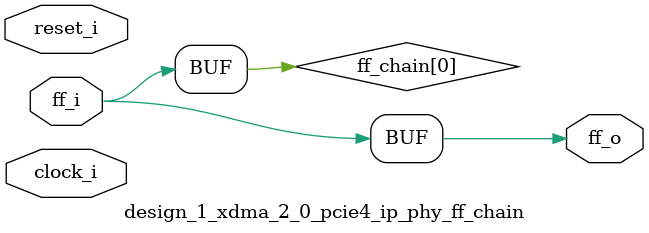
<source format=v>
/*****************************************************************************
** Description:
**    Flop Chain
**
******************************************************************************/

`timescale 1ps/1ps

`define AS_PHYREG(clk, reset, q, d, rstval)  \
   always @(posedge clk or posedge reset) begin \
      if (reset) \
         q  <= #(TCQ)   rstval;  \
      else  \
         q  <= #(TCQ)   d; \
   end

`define PHYREG(clk, reset, q, d, rstval)  \
   always @(posedge clk) begin \
      if (reset) \
         q  <= #(TCQ)   rstval;  \
      else  \
         q  <= #(TCQ)   d; \
   end

(* DowngradeIPIdentifiedWarnings = "yes" *)
module design_1_xdma_2_0_pcie4_ip_phy_ff_chain #(
   // Parameters
   parameter integer PIPELINE_STAGES   = 0,        // 0 = no pipeline; 1 = 1 stage; 2 = 2 stages; 3 = 3 stages
   parameter         ASYNC             = "FALSE",
   parameter integer FF_WIDTH          = 1,
   parameter integer RST_VAL           = 0,
   parameter integer TCQ               = 1
)  (   
   input  wire                         clock_i,          
   input  wire                         reset_i,           
   input  wire [FF_WIDTH-1:0]          ff_i,            
   output wire [FF_WIDTH-1:0]          ff_o        
   );

   genvar   var_i;

   reg   [FF_WIDTH-1:0]          ff_chain [PIPELINE_STAGES:0];

   always @(*) ff_chain[0] = ff_i;

generate
   if (PIPELINE_STAGES > 0) begin:  with_ff_chain
      for (var_i = 0; var_i < PIPELINE_STAGES; var_i = var_i + 1) begin: ff_chain_gen
         if (ASYNC == "TRUE") begin: async_rst
            `AS_PHYREG(clock_i, reset_i, ff_chain[var_i+1], ff_chain[var_i], RST_VAL)
         end else begin: sync_rst
            `PHYREG(clock_i, reset_i, ff_chain[var_i+1], ff_chain[var_i], RST_VAL)
         end
      end
   end
endgenerate

   assign ff_o = ff_chain[PIPELINE_STAGES];

endmodule

</source>
